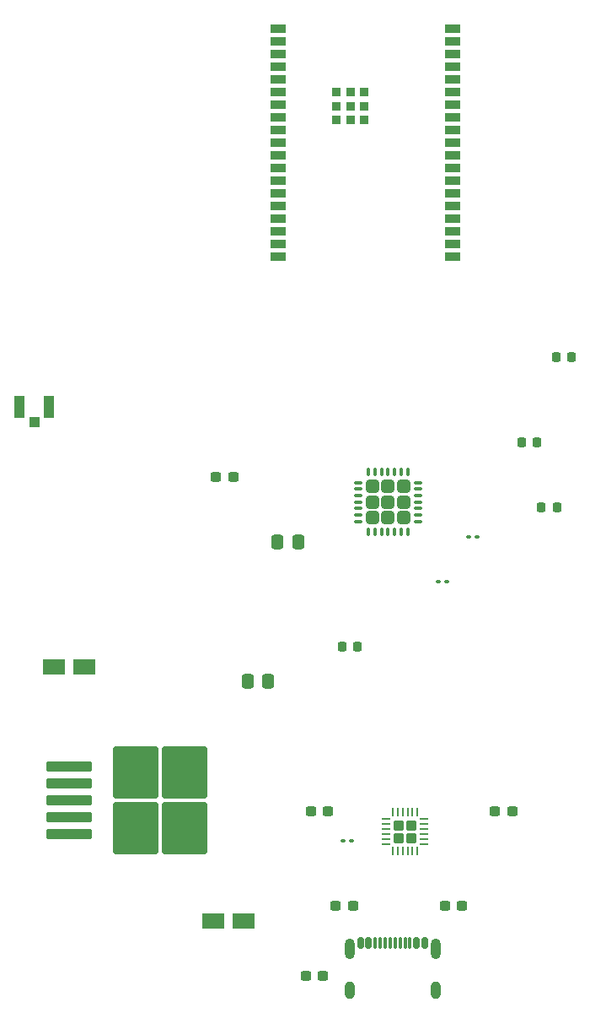
<source format=gbr>
%TF.GenerationSoftware,KiCad,Pcbnew,8.0.4*%
%TF.CreationDate,2025-08-04T00:55:42+05:30*%
%TF.ProjectId,Receiver,52656365-6976-4657-922e-6b696361645f,rev?*%
%TF.SameCoordinates,Original*%
%TF.FileFunction,Paste,Top*%
%TF.FilePolarity,Positive*%
%FSLAX46Y46*%
G04 Gerber Fmt 4.6, Leading zero omitted, Abs format (unit mm)*
G04 Created by KiCad (PCBNEW 8.0.4) date 2025-08-04 00:55:42*
%MOMM*%
%LPD*%
G01*
G04 APERTURE LIST*
G04 Aperture macros list*
%AMRoundRect*
0 Rectangle with rounded corners*
0 $1 Rounding radius*
0 $2 $3 $4 $5 $6 $7 $8 $9 X,Y pos of 4 corners*
0 Add a 4 corners polygon primitive as box body*
4,1,4,$2,$3,$4,$5,$6,$7,$8,$9,$2,$3,0*
0 Add four circle primitives for the rounded corners*
1,1,$1+$1,$2,$3*
1,1,$1+$1,$4,$5*
1,1,$1+$1,$6,$7*
1,1,$1+$1,$8,$9*
0 Add four rect primitives between the rounded corners*
20,1,$1+$1,$2,$3,$4,$5,0*
20,1,$1+$1,$4,$5,$6,$7,0*
20,1,$1+$1,$6,$7,$8,$9,0*
20,1,$1+$1,$8,$9,$2,$3,0*%
G04 Aperture macros list end*
%ADD10RoundRect,0.249999X-0.395001X-0.395001X0.395001X-0.395001X0.395001X0.395001X-0.395001X0.395001X0*%
%ADD11RoundRect,0.075000X-0.312500X-0.075000X0.312500X-0.075000X0.312500X0.075000X-0.312500X0.075000X0*%
%ADD12RoundRect,0.075000X-0.075000X-0.312500X0.075000X-0.312500X0.075000X0.312500X-0.075000X0.312500X0*%
%ADD13RoundRect,0.250000X-0.275000X-0.275000X0.275000X-0.275000X0.275000X0.275000X-0.275000X0.275000X0*%
%ADD14RoundRect,0.062500X-0.350000X-0.062500X0.350000X-0.062500X0.350000X0.062500X-0.350000X0.062500X0*%
%ADD15RoundRect,0.062500X-0.062500X-0.350000X0.062500X-0.350000X0.062500X0.350000X-0.062500X0.350000X0*%
%ADD16R,1.500000X0.900000*%
%ADD17R,0.900000X0.900000*%
%ADD18RoundRect,0.250000X-2.050000X-0.300000X2.050000X-0.300000X2.050000X0.300000X-2.050000X0.300000X0*%
%ADD19RoundRect,0.250000X-2.025000X-2.375000X2.025000X-2.375000X2.025000X2.375000X-2.025000X2.375000X0*%
%ADD20RoundRect,0.237500X0.300000X0.237500X-0.300000X0.237500X-0.300000X-0.237500X0.300000X-0.237500X0*%
%ADD21RoundRect,0.237500X-0.300000X-0.237500X0.300000X-0.237500X0.300000X0.237500X-0.300000X0.237500X0*%
%ADD22R,1.050000X1.100000*%
%ADD23R,1.100000X2.250000*%
%ADD24RoundRect,0.150000X-0.150000X-0.425000X0.150000X-0.425000X0.150000X0.425000X-0.150000X0.425000X0*%
%ADD25RoundRect,0.075000X-0.075000X-0.500000X0.075000X-0.500000X0.075000X0.500000X-0.075000X0.500000X0*%
%ADD26O,1.000000X2.100000*%
%ADD27O,1.000000X1.800000*%
%ADD28RoundRect,0.250000X-0.337500X-0.475000X0.337500X-0.475000X0.337500X0.475000X-0.337500X0.475000X0*%
%ADD29RoundRect,0.090000X-0.139000X-0.090000X0.139000X-0.090000X0.139000X0.090000X-0.139000X0.090000X0*%
%ADD30RoundRect,0.090000X0.139000X0.090000X-0.139000X0.090000X-0.139000X-0.090000X0.139000X-0.090000X0*%
%ADD31RoundRect,0.225000X0.225000X0.250000X-0.225000X0.250000X-0.225000X-0.250000X0.225000X-0.250000X0*%
%ADD32RoundRect,0.225000X-0.225000X-0.250000X0.225000X-0.250000X0.225000X0.250000X-0.225000X0.250000X0*%
%ADD33R,2.200000X1.600000*%
G04 APERTURE END LIST*
D10*
%TO.C,U5*%
X137450000Y-96887500D03*
X137450000Y-98487500D03*
X137450000Y-100087500D03*
X139050000Y-96887500D03*
X139050000Y-98487500D03*
X139050000Y-100087500D03*
X140650000Y-96887500D03*
X140650000Y-98487500D03*
X140650000Y-100087500D03*
D11*
X136062500Y-96537500D03*
X136062500Y-97187500D03*
X136062500Y-97837500D03*
X136062500Y-98487500D03*
X136062500Y-99137500D03*
X136062500Y-99787500D03*
X136062500Y-100437500D03*
D12*
X137100000Y-101475000D03*
X137750000Y-101475000D03*
X138400000Y-101475000D03*
X139050000Y-101475000D03*
X139700000Y-101475000D03*
X140350000Y-101475000D03*
X141000000Y-101475000D03*
D11*
X142037500Y-100437500D03*
X142037500Y-99787500D03*
X142037500Y-99137500D03*
X142037500Y-98487500D03*
X142037500Y-97837500D03*
X142037500Y-97187500D03*
X142037500Y-96537500D03*
D12*
X141000000Y-95500000D03*
X140350000Y-95500000D03*
X139700000Y-95500000D03*
X139050000Y-95500000D03*
X138400000Y-95500000D03*
X137750000Y-95500000D03*
X137100000Y-95500000D03*
%TD*%
D13*
%TO.C,U3*%
X140100000Y-130912500D03*
X140100000Y-132212500D03*
X141400000Y-130912500D03*
X141400000Y-132212500D03*
D14*
X138812500Y-130312500D03*
X138812500Y-130812500D03*
X138812500Y-131312500D03*
X138812500Y-131812500D03*
X138812500Y-132312500D03*
X138812500Y-132812500D03*
D15*
X139500000Y-133500000D03*
X140000000Y-133500000D03*
X140500000Y-133500000D03*
X141000000Y-133500000D03*
X141500000Y-133500000D03*
X142000000Y-133500000D03*
D14*
X142687500Y-132812500D03*
X142687500Y-132312500D03*
X142687500Y-131812500D03*
X142687500Y-131312500D03*
X142687500Y-130812500D03*
X142687500Y-130312500D03*
D15*
X142000000Y-129625000D03*
X141500000Y-129625000D03*
X141000000Y-129625000D03*
X140500000Y-129625000D03*
X140000000Y-129625000D03*
X139500000Y-129625000D03*
%TD*%
D16*
%TO.C,U2*%
X128000000Y-51000000D03*
X128000000Y-52270000D03*
X128000000Y-53540000D03*
X128000000Y-54810000D03*
X128000000Y-56080000D03*
X128000000Y-57350000D03*
X128000000Y-58620000D03*
X128000000Y-59890000D03*
X128000000Y-61160000D03*
X128000000Y-62430000D03*
X128000000Y-63700000D03*
X128000000Y-64970000D03*
X128000000Y-66240000D03*
X128000000Y-67510000D03*
X128000000Y-68780000D03*
X128000000Y-70050000D03*
X128000000Y-71320000D03*
X128000000Y-72590000D03*
X128000000Y-73860000D03*
X145500000Y-73860000D03*
X145500000Y-72590000D03*
X145500000Y-71320000D03*
X145500000Y-70050000D03*
X145500000Y-68780000D03*
X145500000Y-67510000D03*
X145500000Y-66240000D03*
X145500000Y-64970000D03*
X145500000Y-63700000D03*
X145500000Y-62430000D03*
X145500000Y-61160000D03*
X145500000Y-59890000D03*
X145500000Y-58620000D03*
X145500000Y-57350000D03*
X145500000Y-56080000D03*
X145500000Y-54810000D03*
X145500000Y-53540000D03*
X145500000Y-52270000D03*
X145500000Y-51000000D03*
D17*
X133850000Y-57400000D03*
X135250000Y-57400000D03*
X136650000Y-57400000D03*
X133850000Y-58800000D03*
X135250000Y-58800000D03*
X136650000Y-58800000D03*
X133850000Y-60200000D03*
X135250000Y-60200000D03*
X136650000Y-60200000D03*
%TD*%
D18*
%TO.C,U1*%
X107000000Y-125000000D03*
X107000000Y-126700000D03*
X107000000Y-128400000D03*
D19*
X113725000Y-125625000D03*
X113725000Y-131175000D03*
X118575000Y-125625000D03*
X118575000Y-131175000D03*
D18*
X107000000Y-130100000D03*
X107000000Y-131800000D03*
%TD*%
D20*
%TO.C,R5*%
X135500000Y-139000000D03*
X133775000Y-139000000D03*
%TD*%
D21*
%TO.C,R4*%
X144775000Y-139000000D03*
X146500000Y-139000000D03*
%TD*%
%TO.C,R3*%
X131275000Y-129500000D03*
X133000000Y-129500000D03*
%TD*%
%TO.C,R2*%
X149775000Y-129500000D03*
X151500000Y-129500000D03*
%TD*%
D22*
%TO.C,J5*%
X103500000Y-90500000D03*
D23*
X104975000Y-88950000D03*
X102025000Y-88950000D03*
%TD*%
D24*
%TO.C,J4*%
X136300000Y-142745000D03*
X137100000Y-142745000D03*
D25*
X138250000Y-142745000D03*
X139250000Y-142745000D03*
X139750000Y-142745000D03*
X140750000Y-142745000D03*
D24*
X141900000Y-142745000D03*
X142700000Y-142745000D03*
X142700000Y-142745000D03*
X141900000Y-142745000D03*
D25*
X141250000Y-142745000D03*
X140250000Y-142745000D03*
X138750000Y-142745000D03*
X137750000Y-142745000D03*
D24*
X137100000Y-142745000D03*
X136300000Y-142745000D03*
D26*
X135180000Y-143320000D03*
D27*
X135180000Y-147500000D03*
D26*
X143820000Y-143320000D03*
D27*
X143820000Y-147500000D03*
%TD*%
D28*
%TO.C,C13*%
X127000000Y-116500000D03*
X124925000Y-116500000D03*
%TD*%
%TO.C,C12*%
X130000000Y-102500000D03*
X127925000Y-102500000D03*
%TD*%
D21*
%TO.C,C11*%
X123500000Y-96000000D03*
X121775000Y-96000000D03*
%TD*%
D29*
%TO.C,C10*%
X135365000Y-132500000D03*
X134500000Y-132500000D03*
%TD*%
D30*
%TO.C,C9*%
X147135000Y-102000000D03*
X148000000Y-102000000D03*
%TD*%
D31*
%TO.C,C8*%
X154000000Y-92500000D03*
X152450000Y-92500000D03*
%TD*%
D29*
%TO.C,C7*%
X144932500Y-106500000D03*
X144067500Y-106500000D03*
%TD*%
D32*
%TO.C,C6*%
X134450000Y-113000000D03*
X136000000Y-113000000D03*
%TD*%
D21*
%TO.C,C5*%
X130775000Y-146000000D03*
X132500000Y-146000000D03*
%TD*%
D31*
%TO.C,C4*%
X156000000Y-99000000D03*
X154450000Y-99000000D03*
%TD*%
D33*
%TO.C,C3*%
X121500000Y-140500000D03*
X124500000Y-140500000D03*
%TD*%
%TO.C,C2*%
X105500000Y-115000000D03*
X108500000Y-115000000D03*
%TD*%
D32*
%TO.C,C1*%
X155950000Y-84000000D03*
X157500000Y-84000000D03*
%TD*%
M02*

</source>
